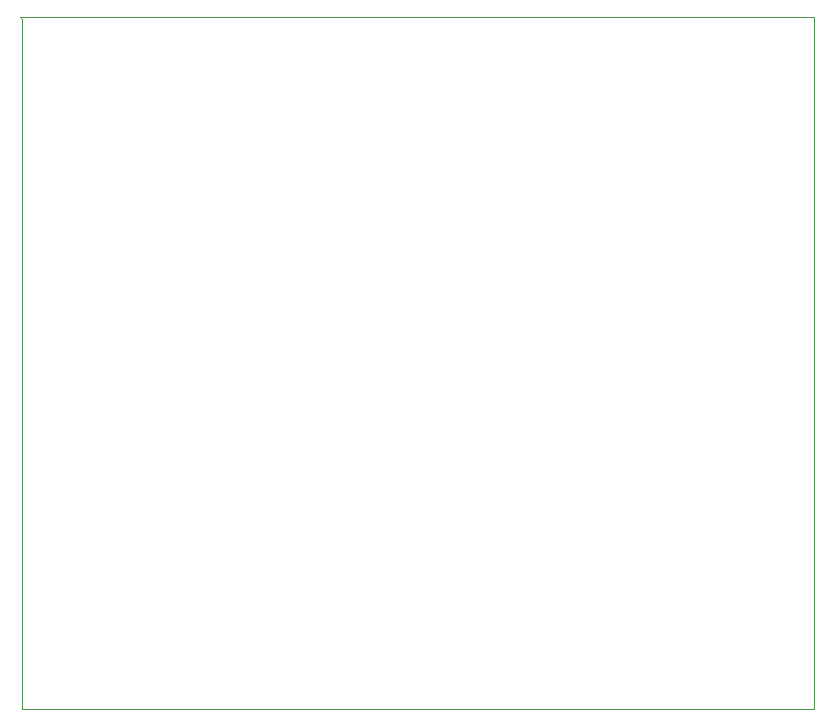
<source format=gbr>
G04*
G04 #@! TF.GenerationSoftware,Altium Limited,Altium Designer,23.2.1 (34)*
G04*
G04 Layer_Color=0*
%FSLAX25Y25*%
%MOIN*%
G70*
G04*
G04 #@! TF.SameCoordinates,168D8CC4-6B96-4916-8BE8-BBD7D9E71175*
G04*
G04*
G04 #@! TF.FilePolarity,Positive*
G04*
G01*
G75*
%ADD80C,0.00100*%
D80*
X500Y43000D02*
Y273000D01*
X0Y273500D01*
X264500D01*
Y43000D01*
X500D01*
M02*

</source>
